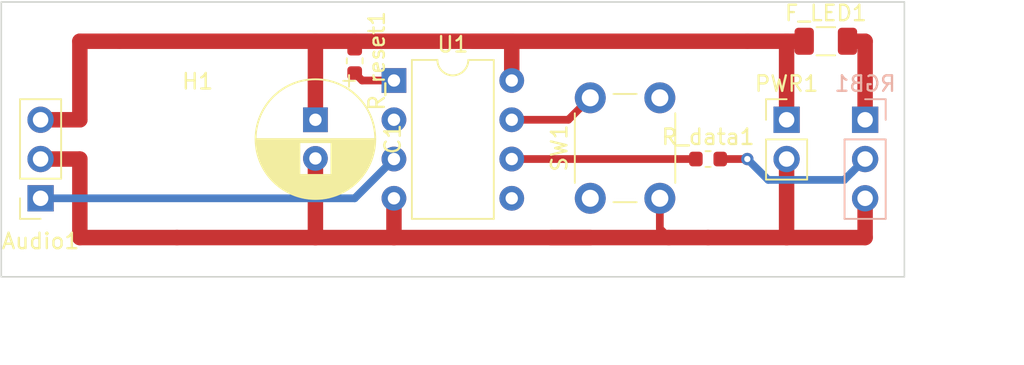
<source format=kicad_pcb>
(kicad_pcb (version 20171130) (host pcbnew "(5.1.0)-1")

  (general
    (thickness 1.6)
    (drawings 6)
    (tracks 45)
    (zones 0)
    (modules 10)
    (nets 9)
  )

  (page A4)
  (layers
    (0 F.Cu signal)
    (31 B.Cu signal)
    (32 B.Adhes user)
    (33 F.Adhes user)
    (34 B.Paste user)
    (35 F.Paste user)
    (36 B.SilkS user)
    (37 F.SilkS user)
    (38 B.Mask user)
    (39 F.Mask user)
    (40 Dwgs.User user)
    (41 Cmts.User user)
    (42 Eco1.User user)
    (43 Eco2.User user)
    (44 Edge.Cuts user)
    (45 Margin user)
    (46 B.CrtYd user)
    (47 F.CrtYd user)
    (48 B.Fab user)
    (49 F.Fab user)
  )

  (setup
    (last_trace_width 0.25)
    (user_trace_width 0.25)
    (user_trace_width 0.5)
    (user_trace_width 1)
    (trace_clearance 0.25)
    (zone_clearance 0.508)
    (zone_45_only yes)
    (trace_min 0.25)
    (via_size 0.8)
    (via_drill 0.4)
    (via_min_size 0.6)
    (via_min_drill 0.3)
    (uvia_size 0.3)
    (uvia_drill 0.1)
    (uvias_allowed no)
    (uvia_min_size 0.2)
    (uvia_min_drill 0.1)
    (edge_width 0.05)
    (segment_width 0.2)
    (pcb_text_width 0.3)
    (pcb_text_size 1.5 1.5)
    (mod_edge_width 0.12)
    (mod_text_size 1 1)
    (mod_text_width 0.15)
    (pad_size 1.524 1.524)
    (pad_drill 0.762)
    (pad_to_mask_clearance 0.051)
    (solder_mask_min_width 0.25)
    (aux_axis_origin 0 0)
    (visible_elements 7FFFFFFF)
    (pcbplotparams
      (layerselection 0x010fc_ffffffff)
      (usegerberextensions false)
      (usegerberattributes false)
      (usegerberadvancedattributes false)
      (creategerberjobfile false)
      (excludeedgelayer true)
      (linewidth 0.100000)
      (plotframeref false)
      (viasonmask false)
      (mode 1)
      (useauxorigin false)
      (hpglpennumber 1)
      (hpglpenspeed 20)
      (hpglpendiameter 15.000000)
      (psnegative false)
      (psa4output false)
      (plotreference true)
      (plotvalue true)
      (plotinvisibletext false)
      (padsonsilk false)
      (subtractmaskfromsilk false)
      (outputformat 1)
      (mirror false)
      (drillshape 0)
      (scaleselection 1)
      (outputdirectory "Gerber/"))
  )

  (net 0 "")
  (net 1 GND)
  (net 2 +5V)
  (net 3 /data)
  (net 4 /bt_inv)
  (net 5 /AO)
  (net 6 /fused_5V)
  (net 7 /r_data)
  (net 8 /reset)

  (net_class Default "This is the default net class."
    (clearance 0.25)
    (trace_width 0.25)
    (via_dia 0.8)
    (via_drill 0.4)
    (uvia_dia 0.3)
    (uvia_drill 0.1)
    (diff_pair_width 0.25)
    (diff_pair_gap 0.25)
    (add_net +5V)
    (add_net /AO)
    (add_net /bt_inv)
    (add_net /data)
    (add_net /fused_5V)
    (add_net /r_data)
    (add_net /reset)
    (add_net GND)
  )

  (module MountingHole:MountingHole_3.2mm_M3_ISO14580 (layer F.Cu) (tedit 56D1B4CB) (tstamp 5CA3B998)
    (at 35.56 29.21)
    (descr "Mounting Hole 3.2mm, no annular, M3, ISO14580")
    (tags "mounting hole 3.2mm no annular m3 iso14580")
    (path /5CA3BE5F)
    (attr virtual)
    (fp_text reference H1 (at 0 -3.75) (layer F.SilkS)
      (effects (font (size 1 1) (thickness 0.15)))
    )
    (fp_text value MountingHole (at 0 3.75) (layer F.Fab)
      (effects (font (size 1 1) (thickness 0.15)))
    )
    (fp_circle (center 0 0) (end 3 0) (layer F.CrtYd) (width 0.05))
    (fp_circle (center 0 0) (end 2.75 0) (layer Cmts.User) (width 0.15))
    (fp_text user %R (at 0.3 0) (layer F.Fab)
      (effects (font (size 1 1) (thickness 0.15)))
    )
    (pad 1 np_thru_hole circle (at 0 0) (size 3.2 3.2) (drill 3.2) (layers *.Cu *.Mask))
  )

  (module Resistor_SMD:R_0603_1608Metric (layer F.Cu) (tedit 5B301BBD) (tstamp 5CA0FCB8)
    (at 45.72 24.13 270)
    (descr "Resistor SMD 0603 (1608 Metric), square (rectangular) end terminal, IPC_7351 nominal, (Body size source: http://www.tortai-tech.com/upload/download/2011102023233369053.pdf), generated with kicad-footprint-generator")
    (tags resistor)
    (path /5CA11B10)
    (attr smd)
    (fp_text reference R_reset1 (at 0 -1.43 270) (layer F.SilkS)
      (effects (font (size 1 1) (thickness 0.15)))
    )
    (fp_text value 10k (at 0 1.43 270) (layer F.Fab)
      (effects (font (size 1 1) (thickness 0.15)))
    )
    (fp_text user %R (at 0 0 270) (layer F.Fab)
      (effects (font (size 0.4 0.4) (thickness 0.06)))
    )
    (fp_line (start 1.48 0.73) (end -1.48 0.73) (layer F.CrtYd) (width 0.05))
    (fp_line (start 1.48 -0.73) (end 1.48 0.73) (layer F.CrtYd) (width 0.05))
    (fp_line (start -1.48 -0.73) (end 1.48 -0.73) (layer F.CrtYd) (width 0.05))
    (fp_line (start -1.48 0.73) (end -1.48 -0.73) (layer F.CrtYd) (width 0.05))
    (fp_line (start -0.162779 0.51) (end 0.162779 0.51) (layer F.SilkS) (width 0.12))
    (fp_line (start -0.162779 -0.51) (end 0.162779 -0.51) (layer F.SilkS) (width 0.12))
    (fp_line (start 0.8 0.4) (end -0.8 0.4) (layer F.Fab) (width 0.1))
    (fp_line (start 0.8 -0.4) (end 0.8 0.4) (layer F.Fab) (width 0.1))
    (fp_line (start -0.8 -0.4) (end 0.8 -0.4) (layer F.Fab) (width 0.1))
    (fp_line (start -0.8 0.4) (end -0.8 -0.4) (layer F.Fab) (width 0.1))
    (pad 2 smd roundrect (at 0.7875 0 270) (size 0.875 0.95) (layers F.Cu F.Paste F.Mask) (roundrect_rratio 0.25)
      (net 8 /reset))
    (pad 1 smd roundrect (at -0.7875 0 270) (size 0.875 0.95) (layers F.Cu F.Paste F.Mask) (roundrect_rratio 0.25)
      (net 2 +5V))
    (model ${KISYS3DMOD}/Resistor_SMD.3dshapes/R_0603_1608Metric.wrl
      (at (xyz 0 0 0))
      (scale (xyz 1 1 1))
      (rotate (xyz 0 0 0))
    )
  )

  (module Connector_PinSocket_2.54mm:PinSocket_1x03_P2.54mm_Vertical (layer F.Cu) (tedit 5A19A429) (tstamp 5C9FC64D)
    (at 25.4 33.02 180)
    (descr "Through hole straight socket strip, 1x03, 2.54mm pitch, single row (from Kicad 4.0.7), script generated")
    (tags "Through hole socket strip THT 1x03 2.54mm single row")
    (path /5C9FCDCD)
    (fp_text reference Audio1 (at 0 -2.77 180) (layer F.SilkS)
      (effects (font (size 1 1) (thickness 0.15)))
    )
    (fp_text value Conn_01x03 (at 0 7.85 180) (layer F.Fab) hide
      (effects (font (size 1 1) (thickness 0.15)))
    )
    (fp_text user %R (at 0 2.54 270) (layer F.Fab)
      (effects (font (size 1 1) (thickness 0.15)))
    )
    (fp_line (start -1.8 6.85) (end -1.8 -1.8) (layer F.CrtYd) (width 0.05))
    (fp_line (start 1.75 6.85) (end -1.8 6.85) (layer F.CrtYd) (width 0.05))
    (fp_line (start 1.75 -1.8) (end 1.75 6.85) (layer F.CrtYd) (width 0.05))
    (fp_line (start -1.8 -1.8) (end 1.75 -1.8) (layer F.CrtYd) (width 0.05))
    (fp_line (start 0 -1.33) (end 1.33 -1.33) (layer F.SilkS) (width 0.12))
    (fp_line (start 1.33 -1.33) (end 1.33 0) (layer F.SilkS) (width 0.12))
    (fp_line (start 1.33 1.27) (end 1.33 6.41) (layer F.SilkS) (width 0.12))
    (fp_line (start -1.33 6.41) (end 1.33 6.41) (layer F.SilkS) (width 0.12))
    (fp_line (start -1.33 1.27) (end -1.33 6.41) (layer F.SilkS) (width 0.12))
    (fp_line (start -1.33 1.27) (end 1.33 1.27) (layer F.SilkS) (width 0.12))
    (fp_line (start -1.27 6.35) (end -1.27 -1.27) (layer F.Fab) (width 0.1))
    (fp_line (start 1.27 6.35) (end -1.27 6.35) (layer F.Fab) (width 0.1))
    (fp_line (start 1.27 -0.635) (end 1.27 6.35) (layer F.Fab) (width 0.1))
    (fp_line (start 0.635 -1.27) (end 1.27 -0.635) (layer F.Fab) (width 0.1))
    (fp_line (start -1.27 -1.27) (end 0.635 -1.27) (layer F.Fab) (width 0.1))
    (pad 3 thru_hole oval (at 0 5.08 180) (size 1.7 1.7) (drill 1) (layers *.Cu *.Mask)
      (net 2 +5V))
    (pad 2 thru_hole oval (at 0 2.54 180) (size 1.7 1.7) (drill 1) (layers *.Cu *.Mask)
      (net 1 GND))
    (pad 1 thru_hole rect (at 0 0 180) (size 1.7 1.7) (drill 1) (layers *.Cu *.Mask)
      (net 5 /AO))
    (model ${KISYS3DMOD}/Connector_PinSocket_2.54mm.3dshapes/PinSocket_1x03_P2.54mm_Vertical.wrl
      (at (xyz 0 0 0))
      (scale (xyz 1 1 1))
      (rotate (xyz 0 0 0))
    )
  )

  (module Capacitor_THT:CP_Radial_D7.5mm_P2.50mm (layer F.Cu) (tedit 5AE50EF0) (tstamp 5C9FB63C)
    (at 43.18 27.94 270)
    (descr "CP, Radial series, Radial, pin pitch=2.50mm, , diameter=7.5mm, Electrolytic Capacitor")
    (tags "CP Radial series Radial pin pitch 2.50mm  diameter 7.5mm Electrolytic Capacitor")
    (path /5C9F146E)
    (fp_text reference C1 (at 1.25 -5 270) (layer F.SilkS)
      (effects (font (size 1 1) (thickness 0.15)))
    )
    (fp_text value 100u (at 1.25 5 270) (layer F.Fab)
      (effects (font (size 1 1) (thickness 0.15)))
    )
    (fp_text user %R (at 1.25 0 270) (layer F.Fab)
      (effects (font (size 1 1) (thickness 0.15)))
    )
    (fp_line (start -2.517211 -2.55) (end -2.517211 -1.8) (layer F.SilkS) (width 0.12))
    (fp_line (start -2.892211 -2.175) (end -2.142211 -2.175) (layer F.SilkS) (width 0.12))
    (fp_line (start 5.091 -0.441) (end 5.091 0.441) (layer F.SilkS) (width 0.12))
    (fp_line (start 5.051 -0.693) (end 5.051 0.693) (layer F.SilkS) (width 0.12))
    (fp_line (start 5.011 -0.877) (end 5.011 0.877) (layer F.SilkS) (width 0.12))
    (fp_line (start 4.971 -1.028) (end 4.971 1.028) (layer F.SilkS) (width 0.12))
    (fp_line (start 4.931 -1.158) (end 4.931 1.158) (layer F.SilkS) (width 0.12))
    (fp_line (start 4.891 -1.275) (end 4.891 1.275) (layer F.SilkS) (width 0.12))
    (fp_line (start 4.851 -1.381) (end 4.851 1.381) (layer F.SilkS) (width 0.12))
    (fp_line (start 4.811 -1.478) (end 4.811 1.478) (layer F.SilkS) (width 0.12))
    (fp_line (start 4.771 -1.569) (end 4.771 1.569) (layer F.SilkS) (width 0.12))
    (fp_line (start 4.731 -1.654) (end 4.731 1.654) (layer F.SilkS) (width 0.12))
    (fp_line (start 4.691 -1.733) (end 4.691 1.733) (layer F.SilkS) (width 0.12))
    (fp_line (start 4.651 -1.809) (end 4.651 1.809) (layer F.SilkS) (width 0.12))
    (fp_line (start 4.611 -1.881) (end 4.611 1.881) (layer F.SilkS) (width 0.12))
    (fp_line (start 4.571 -1.949) (end 4.571 1.949) (layer F.SilkS) (width 0.12))
    (fp_line (start 4.531 -2.014) (end 4.531 2.014) (layer F.SilkS) (width 0.12))
    (fp_line (start 4.491 -2.077) (end 4.491 2.077) (layer F.SilkS) (width 0.12))
    (fp_line (start 4.451 -2.137) (end 4.451 2.137) (layer F.SilkS) (width 0.12))
    (fp_line (start 4.411 -2.195) (end 4.411 2.195) (layer F.SilkS) (width 0.12))
    (fp_line (start 4.371 -2.25) (end 4.371 2.25) (layer F.SilkS) (width 0.12))
    (fp_line (start 4.331 -2.304) (end 4.331 2.304) (layer F.SilkS) (width 0.12))
    (fp_line (start 4.291 -2.355) (end 4.291 2.355) (layer F.SilkS) (width 0.12))
    (fp_line (start 4.251 -2.405) (end 4.251 2.405) (layer F.SilkS) (width 0.12))
    (fp_line (start 4.211 -2.454) (end 4.211 2.454) (layer F.SilkS) (width 0.12))
    (fp_line (start 4.171 -2.5) (end 4.171 2.5) (layer F.SilkS) (width 0.12))
    (fp_line (start 4.131 -2.546) (end 4.131 2.546) (layer F.SilkS) (width 0.12))
    (fp_line (start 4.091 -2.589) (end 4.091 2.589) (layer F.SilkS) (width 0.12))
    (fp_line (start 4.051 -2.632) (end 4.051 2.632) (layer F.SilkS) (width 0.12))
    (fp_line (start 4.011 -2.673) (end 4.011 2.673) (layer F.SilkS) (width 0.12))
    (fp_line (start 3.971 -2.713) (end 3.971 2.713) (layer F.SilkS) (width 0.12))
    (fp_line (start 3.931 -2.752) (end 3.931 2.752) (layer F.SilkS) (width 0.12))
    (fp_line (start 3.891 -2.79) (end 3.891 2.79) (layer F.SilkS) (width 0.12))
    (fp_line (start 3.851 -2.827) (end 3.851 2.827) (layer F.SilkS) (width 0.12))
    (fp_line (start 3.811 -2.863) (end 3.811 2.863) (layer F.SilkS) (width 0.12))
    (fp_line (start 3.771 -2.898) (end 3.771 2.898) (layer F.SilkS) (width 0.12))
    (fp_line (start 3.731 -2.931) (end 3.731 2.931) (layer F.SilkS) (width 0.12))
    (fp_line (start 3.691 -2.964) (end 3.691 2.964) (layer F.SilkS) (width 0.12))
    (fp_line (start 3.651 -2.996) (end 3.651 2.996) (layer F.SilkS) (width 0.12))
    (fp_line (start 3.611 -3.028) (end 3.611 3.028) (layer F.SilkS) (width 0.12))
    (fp_line (start 3.571 -3.058) (end 3.571 3.058) (layer F.SilkS) (width 0.12))
    (fp_line (start 3.531 1.04) (end 3.531 3.088) (layer F.SilkS) (width 0.12))
    (fp_line (start 3.531 -3.088) (end 3.531 -1.04) (layer F.SilkS) (width 0.12))
    (fp_line (start 3.491 1.04) (end 3.491 3.116) (layer F.SilkS) (width 0.12))
    (fp_line (start 3.491 -3.116) (end 3.491 -1.04) (layer F.SilkS) (width 0.12))
    (fp_line (start 3.451 1.04) (end 3.451 3.144) (layer F.SilkS) (width 0.12))
    (fp_line (start 3.451 -3.144) (end 3.451 -1.04) (layer F.SilkS) (width 0.12))
    (fp_line (start 3.411 1.04) (end 3.411 3.172) (layer F.SilkS) (width 0.12))
    (fp_line (start 3.411 -3.172) (end 3.411 -1.04) (layer F.SilkS) (width 0.12))
    (fp_line (start 3.371 1.04) (end 3.371 3.198) (layer F.SilkS) (width 0.12))
    (fp_line (start 3.371 -3.198) (end 3.371 -1.04) (layer F.SilkS) (width 0.12))
    (fp_line (start 3.331 1.04) (end 3.331 3.224) (layer F.SilkS) (width 0.12))
    (fp_line (start 3.331 -3.224) (end 3.331 -1.04) (layer F.SilkS) (width 0.12))
    (fp_line (start 3.291 1.04) (end 3.291 3.249) (layer F.SilkS) (width 0.12))
    (fp_line (start 3.291 -3.249) (end 3.291 -1.04) (layer F.SilkS) (width 0.12))
    (fp_line (start 3.251 1.04) (end 3.251 3.274) (layer F.SilkS) (width 0.12))
    (fp_line (start 3.251 -3.274) (end 3.251 -1.04) (layer F.SilkS) (width 0.12))
    (fp_line (start 3.211 1.04) (end 3.211 3.297) (layer F.SilkS) (width 0.12))
    (fp_line (start 3.211 -3.297) (end 3.211 -1.04) (layer F.SilkS) (width 0.12))
    (fp_line (start 3.171 1.04) (end 3.171 3.321) (layer F.SilkS) (width 0.12))
    (fp_line (start 3.171 -3.321) (end 3.171 -1.04) (layer F.SilkS) (width 0.12))
    (fp_line (start 3.131 1.04) (end 3.131 3.343) (layer F.SilkS) (width 0.12))
    (fp_line (start 3.131 -3.343) (end 3.131 -1.04) (layer F.SilkS) (width 0.12))
    (fp_line (start 3.091 1.04) (end 3.091 3.365) (layer F.SilkS) (width 0.12))
    (fp_line (start 3.091 -3.365) (end 3.091 -1.04) (layer F.SilkS) (width 0.12))
    (fp_line (start 3.051 1.04) (end 3.051 3.386) (layer F.SilkS) (width 0.12))
    (fp_line (start 3.051 -3.386) (end 3.051 -1.04) (layer F.SilkS) (width 0.12))
    (fp_line (start 3.011 1.04) (end 3.011 3.407) (layer F.SilkS) (width 0.12))
    (fp_line (start 3.011 -3.407) (end 3.011 -1.04) (layer F.SilkS) (width 0.12))
    (fp_line (start 2.971 1.04) (end 2.971 3.427) (layer F.SilkS) (width 0.12))
    (fp_line (start 2.971 -3.427) (end 2.971 -1.04) (layer F.SilkS) (width 0.12))
    (fp_line (start 2.931 1.04) (end 2.931 3.447) (layer F.SilkS) (width 0.12))
    (fp_line (start 2.931 -3.447) (end 2.931 -1.04) (layer F.SilkS) (width 0.12))
    (fp_line (start 2.891 1.04) (end 2.891 3.466) (layer F.SilkS) (width 0.12))
    (fp_line (start 2.891 -3.466) (end 2.891 -1.04) (layer F.SilkS) (width 0.12))
    (fp_line (start 2.851 1.04) (end 2.851 3.484) (layer F.SilkS) (width 0.12))
    (fp_line (start 2.851 -3.484) (end 2.851 -1.04) (layer F.SilkS) (width 0.12))
    (fp_line (start 2.811 1.04) (end 2.811 3.502) (layer F.SilkS) (width 0.12))
    (fp_line (start 2.811 -3.502) (end 2.811 -1.04) (layer F.SilkS) (width 0.12))
    (fp_line (start 2.771 1.04) (end 2.771 3.52) (layer F.SilkS) (width 0.12))
    (fp_line (start 2.771 -3.52) (end 2.771 -1.04) (layer F.SilkS) (width 0.12))
    (fp_line (start 2.731 1.04) (end 2.731 3.536) (layer F.SilkS) (width 0.12))
    (fp_line (start 2.731 -3.536) (end 2.731 -1.04) (layer F.SilkS) (width 0.12))
    (fp_line (start 2.691 1.04) (end 2.691 3.553) (layer F.SilkS) (width 0.12))
    (fp_line (start 2.691 -3.553) (end 2.691 -1.04) (layer F.SilkS) (width 0.12))
    (fp_line (start 2.651 1.04) (end 2.651 3.568) (layer F.SilkS) (width 0.12))
    (fp_line (start 2.651 -3.568) (end 2.651 -1.04) (layer F.SilkS) (width 0.12))
    (fp_line (start 2.611 1.04) (end 2.611 3.584) (layer F.SilkS) (width 0.12))
    (fp_line (start 2.611 -3.584) (end 2.611 -1.04) (layer F.SilkS) (width 0.12))
    (fp_line (start 2.571 1.04) (end 2.571 3.598) (layer F.SilkS) (width 0.12))
    (fp_line (start 2.571 -3.598) (end 2.571 -1.04) (layer F.SilkS) (width 0.12))
    (fp_line (start 2.531 1.04) (end 2.531 3.613) (layer F.SilkS) (width 0.12))
    (fp_line (start 2.531 -3.613) (end 2.531 -1.04) (layer F.SilkS) (width 0.12))
    (fp_line (start 2.491 1.04) (end 2.491 3.626) (layer F.SilkS) (width 0.12))
    (fp_line (start 2.491 -3.626) (end 2.491 -1.04) (layer F.SilkS) (width 0.12))
    (fp_line (start 2.451 1.04) (end 2.451 3.64) (layer F.SilkS) (width 0.12))
    (fp_line (start 2.451 -3.64) (end 2.451 -1.04) (layer F.SilkS) (width 0.12))
    (fp_line (start 2.411 1.04) (end 2.411 3.653) (layer F.SilkS) (width 0.12))
    (fp_line (start 2.411 -3.653) (end 2.411 -1.04) (layer F.SilkS) (width 0.12))
    (fp_line (start 2.371 1.04) (end 2.371 3.665) (layer F.SilkS) (width 0.12))
    (fp_line (start 2.371 -3.665) (end 2.371 -1.04) (layer F.SilkS) (width 0.12))
    (fp_line (start 2.331 1.04) (end 2.331 3.677) (layer F.SilkS) (width 0.12))
    (fp_line (start 2.331 -3.677) (end 2.331 -1.04) (layer F.SilkS) (width 0.12))
    (fp_line (start 2.291 1.04) (end 2.291 3.688) (layer F.SilkS) (width 0.12))
    (fp_line (start 2.291 -3.688) (end 2.291 -1.04) (layer F.SilkS) (width 0.12))
    (fp_line (start 2.251 1.04) (end 2.251 3.699) (layer F.SilkS) (width 0.12))
    (fp_line (start 2.251 -3.699) (end 2.251 -1.04) (layer F.SilkS) (width 0.12))
    (fp_line (start 2.211 1.04) (end 2.211 3.71) (layer F.SilkS) (width 0.12))
    (fp_line (start 2.211 -3.71) (end 2.211 -1.04) (layer F.SilkS) (width 0.12))
    (fp_line (start 2.171 1.04) (end 2.171 3.72) (layer F.SilkS) (width 0.12))
    (fp_line (start 2.171 -3.72) (end 2.171 -1.04) (layer F.SilkS) (width 0.12))
    (fp_line (start 2.131 1.04) (end 2.131 3.729) (layer F.SilkS) (width 0.12))
    (fp_line (start 2.131 -3.729) (end 2.131 -1.04) (layer F.SilkS) (width 0.12))
    (fp_line (start 2.091 1.04) (end 2.091 3.738) (layer F.SilkS) (width 0.12))
    (fp_line (start 2.091 -3.738) (end 2.091 -1.04) (layer F.SilkS) (width 0.12))
    (fp_line (start 2.051 1.04) (end 2.051 3.747) (layer F.SilkS) (width 0.12))
    (fp_line (start 2.051 -3.747) (end 2.051 -1.04) (layer F.SilkS) (width 0.12))
    (fp_line (start 2.011 1.04) (end 2.011 3.755) (layer F.SilkS) (width 0.12))
    (fp_line (start 2.011 -3.755) (end 2.011 -1.04) (layer F.SilkS) (width 0.12))
    (fp_line (start 1.971 1.04) (end 1.971 3.763) (layer F.SilkS) (width 0.12))
    (fp_line (start 1.971 -3.763) (end 1.971 -1.04) (layer F.SilkS) (width 0.12))
    (fp_line (start 1.93 1.04) (end 1.93 3.77) (layer F.SilkS) (width 0.12))
    (fp_line (start 1.93 -3.77) (end 1.93 -1.04) (layer F.SilkS) (width 0.12))
    (fp_line (start 1.89 1.04) (end 1.89 3.777) (layer F.SilkS) (width 0.12))
    (fp_line (start 1.89 -3.777) (end 1.89 -1.04) (layer F.SilkS) (width 0.12))
    (fp_line (start 1.85 1.04) (end 1.85 3.784) (layer F.SilkS) (width 0.12))
    (fp_line (start 1.85 -3.784) (end 1.85 -1.04) (layer F.SilkS) (width 0.12))
    (fp_line (start 1.81 1.04) (end 1.81 3.79) (layer F.SilkS) (width 0.12))
    (fp_line (start 1.81 -3.79) (end 1.81 -1.04) (layer F.SilkS) (width 0.12))
    (fp_line (start 1.77 1.04) (end 1.77 3.795) (layer F.SilkS) (width 0.12))
    (fp_line (start 1.77 -3.795) (end 1.77 -1.04) (layer F.SilkS) (width 0.12))
    (fp_line (start 1.73 1.04) (end 1.73 3.801) (layer F.SilkS) (width 0.12))
    (fp_line (start 1.73 -3.801) (end 1.73 -1.04) (layer F.SilkS) (width 0.12))
    (fp_line (start 1.69 1.04) (end 1.69 3.805) (layer F.SilkS) (width 0.12))
    (fp_line (start 1.69 -3.805) (end 1.69 -1.04) (layer F.SilkS) (width 0.12))
    (fp_line (start 1.65 1.04) (end 1.65 3.81) (layer F.SilkS) (width 0.12))
    (fp_line (start 1.65 -3.81) (end 1.65 -1.04) (layer F.SilkS) (width 0.12))
    (fp_line (start 1.61 1.04) (end 1.61 3.814) (layer F.SilkS) (width 0.12))
    (fp_line (start 1.61 -3.814) (end 1.61 -1.04) (layer F.SilkS) (width 0.12))
    (fp_line (start 1.57 1.04) (end 1.57 3.817) (layer F.SilkS) (width 0.12))
    (fp_line (start 1.57 -3.817) (end 1.57 -1.04) (layer F.SilkS) (width 0.12))
    (fp_line (start 1.53 1.04) (end 1.53 3.82) (layer F.SilkS) (width 0.12))
    (fp_line (start 1.53 -3.82) (end 1.53 -1.04) (layer F.SilkS) (width 0.12))
    (fp_line (start 1.49 1.04) (end 1.49 3.823) (layer F.SilkS) (width 0.12))
    (fp_line (start 1.49 -3.823) (end 1.49 -1.04) (layer F.SilkS) (width 0.12))
    (fp_line (start 1.45 -3.825) (end 1.45 3.825) (layer F.SilkS) (width 0.12))
    (fp_line (start 1.41 -3.827) (end 1.41 3.827) (layer F.SilkS) (width 0.12))
    (fp_line (start 1.37 -3.829) (end 1.37 3.829) (layer F.SilkS) (width 0.12))
    (fp_line (start 1.33 -3.83) (end 1.33 3.83) (layer F.SilkS) (width 0.12))
    (fp_line (start 1.29 -3.83) (end 1.29 3.83) (layer F.SilkS) (width 0.12))
    (fp_line (start 1.25 -3.83) (end 1.25 3.83) (layer F.SilkS) (width 0.12))
    (fp_line (start -1.586233 -2.0125) (end -1.586233 -1.2625) (layer F.Fab) (width 0.1))
    (fp_line (start -1.961233 -1.6375) (end -1.211233 -1.6375) (layer F.Fab) (width 0.1))
    (fp_circle (center 1.25 0) (end 5.25 0) (layer F.CrtYd) (width 0.05))
    (fp_circle (center 1.25 0) (end 5.12 0) (layer F.SilkS) (width 0.12))
    (fp_circle (center 1.25 0) (end 5 0) (layer F.Fab) (width 0.1))
    (pad 2 thru_hole circle (at 2.5 0 270) (size 1.6 1.6) (drill 0.8) (layers *.Cu *.Mask)
      (net 1 GND))
    (pad 1 thru_hole rect (at 0 0 270) (size 1.6 1.6) (drill 0.8) (layers *.Cu *.Mask)
      (net 2 +5V))
    (model ${KISYS3DMOD}/Capacitor_THT.3dshapes/CP_Radial_D7.5mm_P2.50mm.wrl
      (at (xyz 0 0 0))
      (scale (xyz 1 1 1))
      (rotate (xyz 0 0 0))
    )
  )

  (module Connector_PinHeader_2.54mm:PinHeader_1x03_P2.54mm_Vertical (layer B.Cu) (tedit 59FED5CC) (tstamp 5C9FD229)
    (at 78.74 27.94 180)
    (descr "Through hole straight pin header, 1x03, 2.54mm pitch, single row")
    (tags "Through hole pin header THT 1x03 2.54mm single row")
    (path /5CA00BE5)
    (fp_text reference RGB1 (at 0 2.33 180) (layer B.SilkS)
      (effects (font (size 1 1) (thickness 0.15)) (justify mirror))
    )
    (fp_text value Conn_01x03 (at 0 -7.41 180) (layer B.Fab) hide
      (effects (font (size 1 1) (thickness 0.15)) (justify mirror))
    )
    (fp_text user %R (at 0 -2.54 90) (layer B.Fab)
      (effects (font (size 1 1) (thickness 0.15)) (justify mirror))
    )
    (fp_line (start 1.8 1.8) (end -1.8 1.8) (layer B.CrtYd) (width 0.05))
    (fp_line (start 1.8 -6.85) (end 1.8 1.8) (layer B.CrtYd) (width 0.05))
    (fp_line (start -1.8 -6.85) (end 1.8 -6.85) (layer B.CrtYd) (width 0.05))
    (fp_line (start -1.8 1.8) (end -1.8 -6.85) (layer B.CrtYd) (width 0.05))
    (fp_line (start -1.33 1.33) (end 0 1.33) (layer B.SilkS) (width 0.12))
    (fp_line (start -1.33 0) (end -1.33 1.33) (layer B.SilkS) (width 0.12))
    (fp_line (start -1.33 -1.27) (end 1.33 -1.27) (layer B.SilkS) (width 0.12))
    (fp_line (start 1.33 -1.27) (end 1.33 -6.41) (layer B.SilkS) (width 0.12))
    (fp_line (start -1.33 -1.27) (end -1.33 -6.41) (layer B.SilkS) (width 0.12))
    (fp_line (start -1.33 -6.41) (end 1.33 -6.41) (layer B.SilkS) (width 0.12))
    (fp_line (start -1.27 0.635) (end -0.635 1.27) (layer B.Fab) (width 0.1))
    (fp_line (start -1.27 -6.35) (end -1.27 0.635) (layer B.Fab) (width 0.1))
    (fp_line (start 1.27 -6.35) (end -1.27 -6.35) (layer B.Fab) (width 0.1))
    (fp_line (start 1.27 1.27) (end 1.27 -6.35) (layer B.Fab) (width 0.1))
    (fp_line (start -0.635 1.27) (end 1.27 1.27) (layer B.Fab) (width 0.1))
    (pad 3 thru_hole oval (at 0 -5.08 180) (size 1.7 1.7) (drill 1) (layers *.Cu *.Mask)
      (net 1 GND))
    (pad 2 thru_hole oval (at 0 -2.54 180) (size 1.7 1.7) (drill 1) (layers *.Cu *.Mask)
      (net 7 /r_data))
    (pad 1 thru_hole rect (at 0 0 180) (size 1.7 1.7) (drill 1) (layers *.Cu *.Mask)
      (net 6 /fused_5V))
    (model ${KISYS3DMOD}/Connector_PinHeader_2.54mm.3dshapes/PinHeader_1x03_P2.54mm_Vertical.wrl
      (at (xyz 0 0 0))
      (scale (xyz 1 1 1))
      (rotate (xyz 0 0 0))
    )
  )

  (module Connector_PinHeader_2.54mm:PinHeader_1x02_P2.54mm_Vertical (layer F.Cu) (tedit 59FED5CC) (tstamp 5C9F3514)
    (at 73.66 27.94)
    (descr "Through hole straight pin header, 1x02, 2.54mm pitch, single row")
    (tags "Through hole pin header THT 1x02 2.54mm single row")
    (path /5CA1BCB0)
    (fp_text reference PWR1 (at 0 -2.33) (layer F.SilkS)
      (effects (font (size 1 1) (thickness 0.15)))
    )
    (fp_text value Conn_01x02 (at 0 4.87) (layer F.Fab)
      (effects (font (size 1 1) (thickness 0.15)))
    )
    (fp_text user %R (at 0 1.27 90) (layer F.Fab)
      (effects (font (size 1 1) (thickness 0.15)))
    )
    (fp_line (start 1.8 -1.8) (end -1.8 -1.8) (layer F.CrtYd) (width 0.05))
    (fp_line (start 1.8 4.35) (end 1.8 -1.8) (layer F.CrtYd) (width 0.05))
    (fp_line (start -1.8 4.35) (end 1.8 4.35) (layer F.CrtYd) (width 0.05))
    (fp_line (start -1.8 -1.8) (end -1.8 4.35) (layer F.CrtYd) (width 0.05))
    (fp_line (start -1.33 -1.33) (end 0 -1.33) (layer F.SilkS) (width 0.12))
    (fp_line (start -1.33 0) (end -1.33 -1.33) (layer F.SilkS) (width 0.12))
    (fp_line (start -1.33 1.27) (end 1.33 1.27) (layer F.SilkS) (width 0.12))
    (fp_line (start 1.33 1.27) (end 1.33 3.87) (layer F.SilkS) (width 0.12))
    (fp_line (start -1.33 1.27) (end -1.33 3.87) (layer F.SilkS) (width 0.12))
    (fp_line (start -1.33 3.87) (end 1.33 3.87) (layer F.SilkS) (width 0.12))
    (fp_line (start -1.27 -0.635) (end -0.635 -1.27) (layer F.Fab) (width 0.1))
    (fp_line (start -1.27 3.81) (end -1.27 -0.635) (layer F.Fab) (width 0.1))
    (fp_line (start 1.27 3.81) (end -1.27 3.81) (layer F.Fab) (width 0.1))
    (fp_line (start 1.27 -1.27) (end 1.27 3.81) (layer F.Fab) (width 0.1))
    (fp_line (start -0.635 -1.27) (end 1.27 -1.27) (layer F.Fab) (width 0.1))
    (pad 2 thru_hole oval (at 0 2.54) (size 1.7 1.7) (drill 1) (layers *.Cu *.Mask)
      (net 1 GND))
    (pad 1 thru_hole rect (at 0 0) (size 1.7 1.7) (drill 1) (layers *.Cu *.Mask)
      (net 2 +5V))
    (model ${KISYS3DMOD}/Connector_PinHeader_2.54mm.3dshapes/PinHeader_1x02_P2.54mm_Vertical.wrl
      (at (xyz 0 0 0))
      (scale (xyz 1 1 1))
      (rotate (xyz 0 0 0))
    )
  )

  (module Fuse:Fuse_1206_3216Metric (layer F.Cu) (tedit 5B301BBE) (tstamp 5C9FD30B)
    (at 76.2 22.86)
    (descr "Fuse SMD 1206 (3216 Metric), square (rectangular) end terminal, IPC_7351 nominal, (Body size source: http://www.tortai-tech.com/upload/download/2011102023233369053.pdf), generated with kicad-footprint-generator")
    (tags resistor)
    (path /5CA0A446)
    (attr smd)
    (fp_text reference F_LED1 (at 0 -1.82) (layer F.SilkS)
      (effects (font (size 1 1) (thickness 0.15)))
    )
    (fp_text value 500mA (at 0 1.82) (layer F.Fab)
      (effects (font (size 1 1) (thickness 0.15)))
    )
    (fp_text user %R (at 0 0) (layer F.Fab)
      (effects (font (size 0.8 0.8) (thickness 0.12)))
    )
    (fp_line (start 2.28 1.12) (end -2.28 1.12) (layer F.CrtYd) (width 0.05))
    (fp_line (start 2.28 -1.12) (end 2.28 1.12) (layer F.CrtYd) (width 0.05))
    (fp_line (start -2.28 -1.12) (end 2.28 -1.12) (layer F.CrtYd) (width 0.05))
    (fp_line (start -2.28 1.12) (end -2.28 -1.12) (layer F.CrtYd) (width 0.05))
    (fp_line (start -0.602064 0.91) (end 0.602064 0.91) (layer F.SilkS) (width 0.12))
    (fp_line (start -0.602064 -0.91) (end 0.602064 -0.91) (layer F.SilkS) (width 0.12))
    (fp_line (start 1.6 0.8) (end -1.6 0.8) (layer F.Fab) (width 0.1))
    (fp_line (start 1.6 -0.8) (end 1.6 0.8) (layer F.Fab) (width 0.1))
    (fp_line (start -1.6 -0.8) (end 1.6 -0.8) (layer F.Fab) (width 0.1))
    (fp_line (start -1.6 0.8) (end -1.6 -0.8) (layer F.Fab) (width 0.1))
    (pad 2 smd roundrect (at 1.4 0) (size 1.25 1.75) (layers F.Cu F.Paste F.Mask) (roundrect_rratio 0.2)
      (net 6 /fused_5V))
    (pad 1 smd roundrect (at -1.4 0) (size 1.25 1.75) (layers F.Cu F.Paste F.Mask) (roundrect_rratio 0.2)
      (net 2 +5V))
    (model ${KISYS3DMOD}/Fuse.3dshapes/Fuse_1206_3216Metric.wrl
      (at (xyz 0 0 0))
      (scale (xyz 1 1 1))
      (rotate (xyz 0 0 0))
    )
  )

  (module Package_DIP:DIP-8_W7.62mm (layer F.Cu) (tedit 5A02E8C5) (tstamp 5C9F0A91)
    (at 48.26 25.4)
    (descr "8-lead though-hole mounted DIP package, row spacing 7.62 mm (300 mils)")
    (tags "THT DIP DIL PDIP 2.54mm 7.62mm 300mil")
    (path /5C9EAB30)
    (fp_text reference U1 (at 3.81 -2.33) (layer F.SilkS)
      (effects (font (size 1 1) (thickness 0.15)))
    )
    (fp_text value ATtiny85-20PU (at 3.81 9.95) (layer F.Fab)
      (effects (font (size 1 1) (thickness 0.15)))
    )
    (fp_text user %R (at 3.81 3.81) (layer F.Fab)
      (effects (font (size 1 1) (thickness 0.15)))
    )
    (fp_line (start 8.7 -1.55) (end -1.1 -1.55) (layer F.CrtYd) (width 0.05))
    (fp_line (start 8.7 9.15) (end 8.7 -1.55) (layer F.CrtYd) (width 0.05))
    (fp_line (start -1.1 9.15) (end 8.7 9.15) (layer F.CrtYd) (width 0.05))
    (fp_line (start -1.1 -1.55) (end -1.1 9.15) (layer F.CrtYd) (width 0.05))
    (fp_line (start 6.46 -1.33) (end 4.81 -1.33) (layer F.SilkS) (width 0.12))
    (fp_line (start 6.46 8.95) (end 6.46 -1.33) (layer F.SilkS) (width 0.12))
    (fp_line (start 1.16 8.95) (end 6.46 8.95) (layer F.SilkS) (width 0.12))
    (fp_line (start 1.16 -1.33) (end 1.16 8.95) (layer F.SilkS) (width 0.12))
    (fp_line (start 2.81 -1.33) (end 1.16 -1.33) (layer F.SilkS) (width 0.12))
    (fp_line (start 0.635 -0.27) (end 1.635 -1.27) (layer F.Fab) (width 0.1))
    (fp_line (start 0.635 8.89) (end 0.635 -0.27) (layer F.Fab) (width 0.1))
    (fp_line (start 6.985 8.89) (end 0.635 8.89) (layer F.Fab) (width 0.1))
    (fp_line (start 6.985 -1.27) (end 6.985 8.89) (layer F.Fab) (width 0.1))
    (fp_line (start 1.635 -1.27) (end 6.985 -1.27) (layer F.Fab) (width 0.1))
    (fp_arc (start 3.81 -1.33) (end 2.81 -1.33) (angle -180) (layer F.SilkS) (width 0.12))
    (pad 8 thru_hole oval (at 7.62 0) (size 1.6 1.6) (drill 0.8) (layers *.Cu *.Mask)
      (net 2 +5V))
    (pad 4 thru_hole oval (at 0 7.62) (size 1.6 1.6) (drill 0.8) (layers *.Cu *.Mask)
      (net 1 GND))
    (pad 7 thru_hole oval (at 7.62 2.54) (size 1.6 1.6) (drill 0.8) (layers *.Cu *.Mask)
      (net 4 /bt_inv))
    (pad 3 thru_hole oval (at 0 5.08) (size 1.6 1.6) (drill 0.8) (layers *.Cu *.Mask)
      (net 5 /AO))
    (pad 6 thru_hole oval (at 7.62 5.08) (size 1.6 1.6) (drill 0.8) (layers *.Cu *.Mask)
      (net 3 /data))
    (pad 2 thru_hole oval (at 0 2.54) (size 1.6 1.6) (drill 0.8) (layers *.Cu *.Mask))
    (pad 5 thru_hole oval (at 7.62 7.62) (size 1.6 1.6) (drill 0.8) (layers *.Cu *.Mask))
    (pad 1 thru_hole rect (at 0 0) (size 1.6 1.6) (drill 0.8) (layers *.Cu *.Mask)
      (net 8 /reset))
    (model ${KISYS3DMOD}/Package_DIP.3dshapes/DIP-8_W7.62mm.wrl
      (at (xyz 0 0 0))
      (scale (xyz 1 1 1))
      (rotate (xyz 0 0 0))
    )
  )

  (module Button_Switch_THT:SW_PUSH_6mm_H4.3mm (layer F.Cu) (tedit 5A02FE31) (tstamp 5C9FDFF0)
    (at 60.96 33.02 90)
    (descr "tactile push button, 6x6mm e.g. PHAP33xx series, height=4.3mm")
    (tags "tact sw push 6mm")
    (path /5C9FA56B)
    (fp_text reference SW1 (at 3.25 -2 90) (layer F.SilkS)
      (effects (font (size 1 1) (thickness 0.15)))
    )
    (fp_text value SW_Push (at 3.75 6.7 90) (layer F.Fab)
      (effects (font (size 1 1) (thickness 0.15)))
    )
    (fp_circle (center 3.25 2.25) (end 1.25 2.5) (layer F.Fab) (width 0.1))
    (fp_line (start 6.75 3) (end 6.75 1.5) (layer F.SilkS) (width 0.12))
    (fp_line (start 5.5 -1) (end 1 -1) (layer F.SilkS) (width 0.12))
    (fp_line (start -0.25 1.5) (end -0.25 3) (layer F.SilkS) (width 0.12))
    (fp_line (start 1 5.5) (end 5.5 5.5) (layer F.SilkS) (width 0.12))
    (fp_line (start 8 -1.25) (end 8 5.75) (layer F.CrtYd) (width 0.05))
    (fp_line (start 7.75 6) (end -1.25 6) (layer F.CrtYd) (width 0.05))
    (fp_line (start -1.5 5.75) (end -1.5 -1.25) (layer F.CrtYd) (width 0.05))
    (fp_line (start -1.25 -1.5) (end 7.75 -1.5) (layer F.CrtYd) (width 0.05))
    (fp_line (start -1.5 6) (end -1.25 6) (layer F.CrtYd) (width 0.05))
    (fp_line (start -1.5 5.75) (end -1.5 6) (layer F.CrtYd) (width 0.05))
    (fp_line (start -1.5 -1.5) (end -1.25 -1.5) (layer F.CrtYd) (width 0.05))
    (fp_line (start -1.5 -1.25) (end -1.5 -1.5) (layer F.CrtYd) (width 0.05))
    (fp_line (start 8 -1.5) (end 8 -1.25) (layer F.CrtYd) (width 0.05))
    (fp_line (start 7.75 -1.5) (end 8 -1.5) (layer F.CrtYd) (width 0.05))
    (fp_line (start 8 6) (end 8 5.75) (layer F.CrtYd) (width 0.05))
    (fp_line (start 7.75 6) (end 8 6) (layer F.CrtYd) (width 0.05))
    (fp_line (start 0.25 -0.75) (end 3.25 -0.75) (layer F.Fab) (width 0.1))
    (fp_line (start 0.25 5.25) (end 0.25 -0.75) (layer F.Fab) (width 0.1))
    (fp_line (start 6.25 5.25) (end 0.25 5.25) (layer F.Fab) (width 0.1))
    (fp_line (start 6.25 -0.75) (end 6.25 5.25) (layer F.Fab) (width 0.1))
    (fp_line (start 3.25 -0.75) (end 6.25 -0.75) (layer F.Fab) (width 0.1))
    (fp_text user %R (at 3.25 2.25 90) (layer F.Fab)
      (effects (font (size 1 1) (thickness 0.15)))
    )
    (pad 1 thru_hole circle (at 6.5 0 180) (size 2 2) (drill 1.1) (layers *.Cu *.Mask)
      (net 4 /bt_inv))
    (pad 2 thru_hole circle (at 6.5 4.5 180) (size 2 2) (drill 1.1) (layers *.Cu *.Mask)
      (net 1 GND))
    (pad 1 thru_hole circle (at 0 0 180) (size 2 2) (drill 1.1) (layers *.Cu *.Mask)
      (net 4 /bt_inv))
    (pad 2 thru_hole circle (at 0 4.5 180) (size 2 2) (drill 1.1) (layers *.Cu *.Mask)
      (net 1 GND))
    (model ${KISYS3DMOD}/Button_Switch_THT.3dshapes/SW_PUSH_6mm_H4.3mm.wrl
      (at (xyz 0 0 0))
      (scale (xyz 1 1 1))
      (rotate (xyz 0 0 0))
    )
  )

  (module Resistor_SMD:R_0603_1608Metric (layer F.Cu) (tedit 5B301BBD) (tstamp 5C9EACE9)
    (at 68.58 30.48)
    (descr "Resistor SMD 0603 (1608 Metric), square (rectangular) end terminal, IPC_7351 nominal, (Body size source: http://www.tortai-tech.com/upload/download/2011102023233369053.pdf), generated with kicad-footprint-generator")
    (tags resistor)
    (path /5C9F3835)
    (attr smd)
    (fp_text reference R_data1 (at 0 -1.43) (layer F.SilkS)
      (effects (font (size 1 1) (thickness 0.15)))
    )
    (fp_text value 300 (at 0 1.43) (layer F.Fab)
      (effects (font (size 1 1) (thickness 0.15)))
    )
    (fp_text user %R (at 0 0) (layer F.Fab)
      (effects (font (size 0.4 0.4) (thickness 0.06)))
    )
    (fp_line (start 1.48 0.73) (end -1.48 0.73) (layer F.CrtYd) (width 0.05))
    (fp_line (start 1.48 -0.73) (end 1.48 0.73) (layer F.CrtYd) (width 0.05))
    (fp_line (start -1.48 -0.73) (end 1.48 -0.73) (layer F.CrtYd) (width 0.05))
    (fp_line (start -1.48 0.73) (end -1.48 -0.73) (layer F.CrtYd) (width 0.05))
    (fp_line (start -0.162779 0.51) (end 0.162779 0.51) (layer F.SilkS) (width 0.12))
    (fp_line (start -0.162779 -0.51) (end 0.162779 -0.51) (layer F.SilkS) (width 0.12))
    (fp_line (start 0.8 0.4) (end -0.8 0.4) (layer F.Fab) (width 0.1))
    (fp_line (start 0.8 -0.4) (end 0.8 0.4) (layer F.Fab) (width 0.1))
    (fp_line (start -0.8 -0.4) (end 0.8 -0.4) (layer F.Fab) (width 0.1))
    (fp_line (start -0.8 0.4) (end -0.8 -0.4) (layer F.Fab) (width 0.1))
    (pad 2 smd roundrect (at 0.7875 0) (size 0.875 0.95) (layers F.Cu F.Paste F.Mask) (roundrect_rratio 0.25)
      (net 7 /r_data))
    (pad 1 smd roundrect (at -0.7875 0) (size 0.875 0.95) (layers F.Cu F.Paste F.Mask) (roundrect_rratio 0.25)
      (net 3 /data))
    (model ${KISYS3DMOD}/Resistor_SMD.3dshapes/R_0603_1608Metric.wrl
      (at (xyz 0 0 0))
      (scale (xyz 1 1 1))
      (rotate (xyz 0 0 0))
    )
  )

  (dimension 17.78 (width 0.12) (layer Dwgs.User)
    (gr_text "17.780 mm" (at 87.63 29.21 270) (layer Dwgs.User)
      (effects (font (size 1 1) (thickness 0.15)))
    )
    (feature1 (pts (xy 81.28 38.1) (xy 86.946421 38.1)))
    (feature2 (pts (xy 81.28 20.32) (xy 86.946421 20.32)))
    (crossbar (pts (xy 86.36 20.32) (xy 86.36 38.1)))
    (arrow1a (pts (xy 86.36 38.1) (xy 85.773579 36.973496)))
    (arrow1b (pts (xy 86.36 38.1) (xy 86.946421 36.973496)))
    (arrow2a (pts (xy 86.36 20.32) (xy 85.773579 21.446504)))
    (arrow2b (pts (xy 86.36 20.32) (xy 86.946421 21.446504)))
  )
  (dimension 58.42 (width 0.12) (layer Dwgs.User)
    (gr_text "58.420 mm" (at 52.07 44.45) (layer Dwgs.User)
      (effects (font (size 1 1) (thickness 0.15)))
    )
    (feature1 (pts (xy 22.86 38.1) (xy 22.86 43.766421)))
    (feature2 (pts (xy 81.28 38.1) (xy 81.28 43.766421)))
    (crossbar (pts (xy 81.28 43.18) (xy 22.86 43.18)))
    (arrow1a (pts (xy 22.86 43.18) (xy 23.986504 42.593579)))
    (arrow1b (pts (xy 22.86 43.18) (xy 23.986504 43.766421)))
    (arrow2a (pts (xy 81.28 43.18) (xy 80.153496 42.593579)))
    (arrow2b (pts (xy 81.28 43.18) (xy 80.153496 43.766421)))
  )
  (gr_line (start 22.86 20.32) (end 81.28 20.32) (layer Edge.Cuts) (width 0.1) (tstamp 5C9EDDC9))
  (gr_line (start 22.86 38.1) (end 22.86 20.32) (layer Edge.Cuts) (width 0.1))
  (gr_line (start 81.28 38.1) (end 22.86 38.1) (layer Edge.Cuts) (width 0.1))
  (gr_line (start 81.28 20.32) (end 81.28 38.1) (layer Edge.Cuts) (width 0.1))

  (segment (start 60.96 35.56) (end 48.26 35.56) (width 1) (layer F.Cu) (net 1))
  (segment (start 78.74 33.02) (end 78.74 35.56) (width 1) (layer F.Cu) (net 1))
  (segment (start 48.26 35.56) (end 43.18 35.56) (width 1) (layer F.Cu) (net 1))
  (segment (start 34.222081 35.56) (end 43.18 35.56) (width 1) (layer F.Cu) (net 1))
  (segment (start 25.4 30.48) (end 27.94 30.48) (width 1) (layer F.Cu) (net 1))
  (segment (start 27.94 35.56) (end 34.222081 35.56) (width 1) (layer F.Cu) (net 1))
  (segment (start 66.04 35.56) (end 58.42 35.56) (width 1) (layer F.Cu) (net 1))
  (segment (start 27.94 30.48) (end 27.94 35.56) (width 1) (layer F.Cu) (net 1))
  (segment (start 43.18 35.56) (end 43.18 30.44) (width 1) (layer F.Cu) (net 1))
  (segment (start 48.26 35.56) (end 48.26 33.02) (width 1) (layer F.Cu) (net 1))
  (segment (start 73.66 30.48) (end 73.66 35.56) (width 1) (layer F.Cu) (net 1))
  (segment (start 73.66 35.56) (end 78.74 35.56) (width 1) (layer F.Cu) (net 1))
  (segment (start 66.04 35.56) (end 68.58 35.56) (width 1) (layer F.Cu) (net 1))
  (segment (start 68.58 35.56) (end 73.66 35.56) (width 1) (layer F.Cu) (net 1))
  (segment (start 65.46 33.02) (end 65.46 34.98) (width 0.5) (layer F.Cu) (net 1))
  (segment (start 65.46 34.98) (end 66.04 35.56) (width 0.5) (layer F.Cu) (net 1))
  (segment (start 55.88 25.4) (end 55.88 22.86) (width 1) (layer F.Cu) (net 2))
  (segment (start 71.12 22.86) (end 53.34 22.86) (width 1) (layer F.Cu) (net 2))
  (segment (start 43.18 22.86) (end 30.48 22.86) (width 1) (layer F.Cu) (net 2))
  (segment (start 25.4 27.94) (end 27.94 27.94) (width 1) (layer F.Cu) (net 2))
  (segment (start 27.94 27.94) (end 27.94 22.86) (width 1) (layer F.Cu) (net 2))
  (segment (start 27.94 22.86) (end 30.48 22.86) (width 1) (layer F.Cu) (net 2))
  (segment (start 73.66 27.94) (end 73.66 22.86) (width 1) (layer F.Cu) (net 2))
  (segment (start 71.12 22.86) (end 73.66 22.86) (width 1) (layer F.Cu) (net 2))
  (segment (start 73.66 22.86) (end 74.8 22.86) (width 1) (layer F.Cu) (net 2))
  (segment (start 43.18 27.94) (end 43.18 25.4) (width 1) (layer F.Cu) (net 2))
  (segment (start 43.18 25.4) (end 43.18 22.86) (width 1) (layer F.Cu) (net 2))
  (segment (start 45.72 23.3425) (end 45.72 22.86) (width 0.5) (layer F.Cu) (net 2))
  (segment (start 55.88 22.86) (end 45.72 22.86) (width 1) (layer F.Cu) (net 2))
  (segment (start 45.72 22.86) (end 43.18 22.86) (width 1) (layer F.Cu) (net 2))
  (segment (start 55.88 30.48) (end 67.7925 30.48) (width 0.5) (layer F.Cu) (net 3))
  (segment (start 59.54 27.94) (end 60.96 26.52) (width 0.5) (layer F.Cu) (net 4))
  (segment (start 55.88 27.94) (end 59.54 27.94) (width 0.5) (layer F.Cu) (net 4))
  (segment (start 45.72 33.02) (end 48.26 30.48) (width 0.5) (layer B.Cu) (net 5))
  (segment (start 25.4 33.02) (end 45.72 33.02) (width 0.5) (layer B.Cu) (net 5))
  (segment (start 77.6 22.86) (end 78.74 22.86) (width 1) (layer F.Cu) (net 6))
  (segment (start 78.74 22.86) (end 78.74 27.94) (width 1) (layer F.Cu) (net 6))
  (via (at 71.12 30.48) (size 0.8) (drill 0.4) (layers F.Cu B.Cu) (net 7))
  (segment (start 69.3675 30.48) (end 71.12 30.48) (width 0.5) (layer F.Cu) (net 7))
  (segment (start 77.890001 31.329999) (end 78.74 30.48) (width 0.5) (layer B.Cu) (net 7))
  (segment (start 77.389999 31.830001) (end 77.890001 31.329999) (width 0.5) (layer B.Cu) (net 7))
  (segment (start 72.470001 31.830001) (end 77.389999 31.830001) (width 0.5) (layer B.Cu) (net 7))
  (segment (start 71.12 30.48) (end 72.470001 31.830001) (width 0.5) (layer B.Cu) (net 7))
  (segment (start 46.2025 25.4) (end 45.72 24.9175) (width 0.5) (layer F.Cu) (net 8))
  (segment (start 48.26 25.4) (end 46.2025 25.4) (width 0.5) (layer F.Cu) (net 8))

  (zone (net 0) (net_name "") (layer F.Cu) (tstamp 0) (hatch edge 0.508)
    (connect_pads (clearance 0.508))
    (min_thickness 0.254)
    (keepout (tracks allowed) (vias not_allowed) (copperpour allowed))
    (fill (arc_segments 32) (thermal_gap 0.508) (thermal_bridge_width 0.508))
    (polygon
      (pts
        (xy 30.48 25.4) (xy 30.48 33.02) (xy 43.18 33.02) (xy 43.18 25.4)
      )
    )
  )
)

</source>
